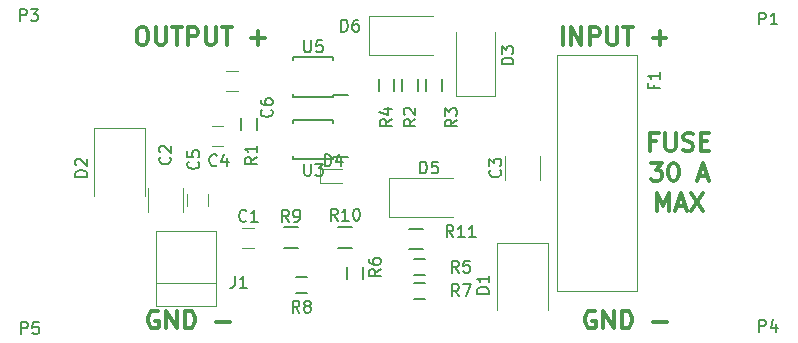
<source format=gto>
G04 #@! TF.FileFunction,Legend,Top*
%FSLAX46Y46*%
G04 Gerber Fmt 4.6, Leading zero omitted, Abs format (unit mm)*
G04 Created by KiCad (PCBNEW 4.0.7-e0-6372~58~ubuntu16.10.1) date Tue Oct  3 15:20:14 2017*
%MOMM*%
%LPD*%
G01*
G04 APERTURE LIST*
%ADD10C,0.100000*%
%ADD11C,0.300000*%
%ADD12C,0.120000*%
%ADD13C,0.150000*%
G04 APERTURE END LIST*
D10*
D11*
X54535715Y-11842857D02*
X54035715Y-11842857D01*
X54035715Y-12628571D02*
X54035715Y-11128571D01*
X54750001Y-11128571D01*
X55321429Y-11128571D02*
X55321429Y-12342857D01*
X55392857Y-12485714D01*
X55464286Y-12557143D01*
X55607143Y-12628571D01*
X55892857Y-12628571D01*
X56035715Y-12557143D01*
X56107143Y-12485714D01*
X56178572Y-12342857D01*
X56178572Y-11128571D01*
X56821429Y-12557143D02*
X57035715Y-12628571D01*
X57392858Y-12628571D01*
X57535715Y-12557143D01*
X57607144Y-12485714D01*
X57678572Y-12342857D01*
X57678572Y-12200000D01*
X57607144Y-12057143D01*
X57535715Y-11985714D01*
X57392858Y-11914286D01*
X57107144Y-11842857D01*
X56964286Y-11771429D01*
X56892858Y-11700000D01*
X56821429Y-11557143D01*
X56821429Y-11414286D01*
X56892858Y-11271429D01*
X56964286Y-11200000D01*
X57107144Y-11128571D01*
X57464286Y-11128571D01*
X57678572Y-11200000D01*
X58321429Y-11842857D02*
X58821429Y-11842857D01*
X59035715Y-12628571D02*
X58321429Y-12628571D01*
X58321429Y-11128571D01*
X59035715Y-11128571D01*
X54071430Y-13678571D02*
X55000001Y-13678571D01*
X54500001Y-14250000D01*
X54714287Y-14250000D01*
X54857144Y-14321429D01*
X54928573Y-14392857D01*
X55000001Y-14535714D01*
X55000001Y-14892857D01*
X54928573Y-15035714D01*
X54857144Y-15107143D01*
X54714287Y-15178571D01*
X54285715Y-15178571D01*
X54142858Y-15107143D01*
X54071430Y-15035714D01*
X55928572Y-13678571D02*
X56071429Y-13678571D01*
X56214286Y-13750000D01*
X56285715Y-13821429D01*
X56357144Y-13964286D01*
X56428572Y-14250000D01*
X56428572Y-14607143D01*
X56357144Y-14892857D01*
X56285715Y-15035714D01*
X56214286Y-15107143D01*
X56071429Y-15178571D01*
X55928572Y-15178571D01*
X55785715Y-15107143D01*
X55714286Y-15035714D01*
X55642858Y-14892857D01*
X55571429Y-14607143D01*
X55571429Y-14250000D01*
X55642858Y-13964286D01*
X55714286Y-13821429D01*
X55785715Y-13750000D01*
X55928572Y-13678571D01*
X58142857Y-14750000D02*
X58857143Y-14750000D01*
X58000000Y-15178571D02*
X58500000Y-13678571D01*
X59000000Y-15178571D01*
X54642858Y-17728571D02*
X54642858Y-16228571D01*
X55142858Y-17300000D01*
X55642858Y-16228571D01*
X55642858Y-17728571D01*
X56285715Y-17300000D02*
X57000001Y-17300000D01*
X56142858Y-17728571D02*
X56642858Y-16228571D01*
X57142858Y-17728571D01*
X57500001Y-16228571D02*
X58500001Y-17728571D01*
X58500001Y-16228571D02*
X57500001Y-17728571D01*
X12357143Y-26250000D02*
X12214286Y-26178571D01*
X12000000Y-26178571D01*
X11785715Y-26250000D01*
X11642857Y-26392857D01*
X11571429Y-26535714D01*
X11500000Y-26821429D01*
X11500000Y-27035714D01*
X11571429Y-27321429D01*
X11642857Y-27464286D01*
X11785715Y-27607143D01*
X12000000Y-27678571D01*
X12142857Y-27678571D01*
X12357143Y-27607143D01*
X12428572Y-27535714D01*
X12428572Y-27035714D01*
X12142857Y-27035714D01*
X13071429Y-27678571D02*
X13071429Y-26178571D01*
X13928572Y-27678571D01*
X13928572Y-26178571D01*
X14642858Y-27678571D02*
X14642858Y-26178571D01*
X15000001Y-26178571D01*
X15214286Y-26250000D01*
X15357144Y-26392857D01*
X15428572Y-26535714D01*
X15500001Y-26821429D01*
X15500001Y-27035714D01*
X15428572Y-27321429D01*
X15357144Y-27464286D01*
X15214286Y-27607143D01*
X15000001Y-27678571D01*
X14642858Y-27678571D01*
X17285715Y-27107143D02*
X18428572Y-27107143D01*
X10892857Y-2178571D02*
X11178571Y-2178571D01*
X11321429Y-2250000D01*
X11464286Y-2392857D01*
X11535714Y-2678571D01*
X11535714Y-3178571D01*
X11464286Y-3464286D01*
X11321429Y-3607143D01*
X11178571Y-3678571D01*
X10892857Y-3678571D01*
X10750000Y-3607143D01*
X10607143Y-3464286D01*
X10535714Y-3178571D01*
X10535714Y-2678571D01*
X10607143Y-2392857D01*
X10750000Y-2250000D01*
X10892857Y-2178571D01*
X12178572Y-2178571D02*
X12178572Y-3392857D01*
X12250000Y-3535714D01*
X12321429Y-3607143D01*
X12464286Y-3678571D01*
X12750000Y-3678571D01*
X12892858Y-3607143D01*
X12964286Y-3535714D01*
X13035715Y-3392857D01*
X13035715Y-2178571D01*
X13535715Y-2178571D02*
X14392858Y-2178571D01*
X13964287Y-3678571D02*
X13964287Y-2178571D01*
X14892858Y-3678571D02*
X14892858Y-2178571D01*
X15464286Y-2178571D01*
X15607144Y-2250000D01*
X15678572Y-2321429D01*
X15750001Y-2464286D01*
X15750001Y-2678571D01*
X15678572Y-2821429D01*
X15607144Y-2892857D01*
X15464286Y-2964286D01*
X14892858Y-2964286D01*
X16392858Y-2178571D02*
X16392858Y-3392857D01*
X16464286Y-3535714D01*
X16535715Y-3607143D01*
X16678572Y-3678571D01*
X16964286Y-3678571D01*
X17107144Y-3607143D01*
X17178572Y-3535714D01*
X17250001Y-3392857D01*
X17250001Y-2178571D01*
X17750001Y-2178571D02*
X18607144Y-2178571D01*
X18178573Y-3678571D02*
X18178573Y-2178571D01*
X20250001Y-3107143D02*
X21392858Y-3107143D01*
X20821429Y-3678571D02*
X20821429Y-2535714D01*
X49357143Y-26250000D02*
X49214286Y-26178571D01*
X49000000Y-26178571D01*
X48785715Y-26250000D01*
X48642857Y-26392857D01*
X48571429Y-26535714D01*
X48500000Y-26821429D01*
X48500000Y-27035714D01*
X48571429Y-27321429D01*
X48642857Y-27464286D01*
X48785715Y-27607143D01*
X49000000Y-27678571D01*
X49142857Y-27678571D01*
X49357143Y-27607143D01*
X49428572Y-27535714D01*
X49428572Y-27035714D01*
X49142857Y-27035714D01*
X50071429Y-27678571D02*
X50071429Y-26178571D01*
X50928572Y-27678571D01*
X50928572Y-26178571D01*
X51642858Y-27678571D02*
X51642858Y-26178571D01*
X52000001Y-26178571D01*
X52214286Y-26250000D01*
X52357144Y-26392857D01*
X52428572Y-26535714D01*
X52500001Y-26821429D01*
X52500001Y-27035714D01*
X52428572Y-27321429D01*
X52357144Y-27464286D01*
X52214286Y-27607143D01*
X52000001Y-27678571D01*
X51642858Y-27678571D01*
X54285715Y-27107143D02*
X55428572Y-27107143D01*
X46607143Y-3678571D02*
X46607143Y-2178571D01*
X47321429Y-3678571D02*
X47321429Y-2178571D01*
X48178572Y-3678571D01*
X48178572Y-2178571D01*
X48892858Y-3678571D02*
X48892858Y-2178571D01*
X49464286Y-2178571D01*
X49607144Y-2250000D01*
X49678572Y-2321429D01*
X49750001Y-2464286D01*
X49750001Y-2678571D01*
X49678572Y-2821429D01*
X49607144Y-2892857D01*
X49464286Y-2964286D01*
X48892858Y-2964286D01*
X50392858Y-2178571D02*
X50392858Y-3392857D01*
X50464286Y-3535714D01*
X50535715Y-3607143D01*
X50678572Y-3678571D01*
X50964286Y-3678571D01*
X51107144Y-3607143D01*
X51178572Y-3535714D01*
X51250001Y-3392857D01*
X51250001Y-2178571D01*
X51750001Y-2178571D02*
X52607144Y-2178571D01*
X52178573Y-3678571D02*
X52178573Y-2178571D01*
X54250001Y-3107143D02*
X55392858Y-3107143D01*
X54821429Y-3678571D02*
X54821429Y-2535714D01*
D12*
X37550000Y-8000000D02*
X40850000Y-8000000D01*
X40850000Y-8000000D02*
X40850000Y-2600000D01*
X37550000Y-8000000D02*
X37550000Y-2600000D01*
D13*
X27175000Y-13375000D02*
X27175000Y-13200000D01*
X23825000Y-13375000D02*
X23825000Y-13125000D01*
X23825000Y-10025000D02*
X23825000Y-10275000D01*
X27175000Y-10025000D02*
X27175000Y-10275000D01*
X27175000Y-13375000D02*
X23825000Y-13375000D01*
X27175000Y-10025000D02*
X23825000Y-10025000D01*
X27175000Y-13200000D02*
X28425000Y-13200000D01*
X27175000Y-8075000D02*
X27175000Y-7900000D01*
X23825000Y-8075000D02*
X23825000Y-7825000D01*
X23825000Y-4725000D02*
X23825000Y-4975000D01*
X27175000Y-4725000D02*
X27175000Y-4975000D01*
X27175000Y-8075000D02*
X23825000Y-8075000D01*
X27175000Y-4725000D02*
X23825000Y-4725000D01*
X27175000Y-7900000D02*
X28425000Y-7900000D01*
D12*
X45350000Y-20450000D02*
X41050000Y-20450000D01*
X41050000Y-20450000D02*
X41050000Y-26150000D01*
X45350000Y-20450000D02*
X45350000Y-26150000D01*
X11250000Y-10750000D02*
X6950000Y-10750000D01*
X6950000Y-10750000D02*
X6950000Y-16450000D01*
X11250000Y-10750000D02*
X11250000Y-16450000D01*
D13*
X20775000Y-9900000D02*
X20775000Y-10900000D01*
X19425000Y-10900000D02*
X19425000Y-9900000D01*
X34375000Y-6600000D02*
X34375000Y-7600000D01*
X33025000Y-7600000D02*
X33025000Y-6600000D01*
X36375000Y-6600000D02*
X36375000Y-7600000D01*
X35025000Y-7600000D02*
X35025000Y-6600000D01*
X31025000Y-7600000D02*
X31025000Y-6600000D01*
X32375000Y-6600000D02*
X32375000Y-7600000D01*
X34000000Y-21825000D02*
X35000000Y-21825000D01*
X35000000Y-23175000D02*
X34000000Y-23175000D01*
X28325000Y-23500000D02*
X28325000Y-22500000D01*
X29675000Y-22500000D02*
X29675000Y-23500000D01*
X35000000Y-25175000D02*
X34000000Y-25175000D01*
X34000000Y-23825000D02*
X35000000Y-23825000D01*
X24000000Y-23325000D02*
X25000000Y-23325000D01*
X25000000Y-24675000D02*
X24000000Y-24675000D01*
D12*
X52900000Y-4500000D02*
X52900000Y-24500000D01*
X52900000Y-4500000D02*
X46100000Y-4500000D01*
X46100000Y-24500000D02*
X52900000Y-24500000D01*
X46100000Y-24500000D02*
X46100000Y-4500000D01*
X20500000Y-19150000D02*
X19500000Y-19150000D01*
X19500000Y-20850000D02*
X20500000Y-20850000D01*
X14480000Y-17800000D02*
X14480000Y-15800000D01*
X11520000Y-15800000D02*
X11520000Y-17800000D01*
X41720000Y-13100000D02*
X41720000Y-15100000D01*
X44680000Y-15100000D02*
X44680000Y-13100000D01*
X17900000Y-10550000D02*
X16900000Y-10550000D01*
X16900000Y-12250000D02*
X17900000Y-12250000D01*
X16550000Y-17300000D02*
X16550000Y-16300000D01*
X14850000Y-16300000D02*
X14850000Y-17300000D01*
X18100000Y-7550000D02*
X19100000Y-7550000D01*
X19100000Y-5850000D02*
X18100000Y-5850000D01*
X26050000Y-14200000D02*
X26050000Y-15400000D01*
X27900000Y-14200000D02*
X26050000Y-14200000D01*
X27900000Y-15400000D02*
X26050000Y-15400000D01*
X31900000Y-14950000D02*
X31900000Y-18250000D01*
X31900000Y-18250000D02*
X37300000Y-18250000D01*
X31900000Y-14950000D02*
X37300000Y-14950000D01*
X30200000Y-1250000D02*
X30200000Y-4550000D01*
X30200000Y-4550000D02*
X35600000Y-4550000D01*
X30200000Y-1250000D02*
X35600000Y-1250000D01*
D13*
X24200000Y-20875000D02*
X23000000Y-20875000D01*
X23000000Y-19125000D02*
X24200000Y-19125000D01*
X28800000Y-20875000D02*
X27600000Y-20875000D01*
X27600000Y-19125000D02*
X28800000Y-19125000D01*
X33600000Y-19225000D02*
X34800000Y-19225000D01*
X34800000Y-20975000D02*
X33600000Y-20975000D01*
D12*
X12190000Y-23870000D02*
X17270000Y-23870000D01*
X12190000Y-19430000D02*
X17270000Y-19430000D01*
X17270000Y-25770000D02*
X12190000Y-25770000D01*
X17270000Y-25770000D02*
X17270000Y-19430000D01*
X12190000Y-25770000D02*
X12190000Y-19430000D01*
D13*
X42452381Y-5338095D02*
X41452381Y-5338095D01*
X41452381Y-5100000D01*
X41500000Y-4957142D01*
X41595238Y-4861904D01*
X41690476Y-4814285D01*
X41880952Y-4766666D01*
X42023810Y-4766666D01*
X42214286Y-4814285D01*
X42309524Y-4861904D01*
X42404762Y-4957142D01*
X42452381Y-5100000D01*
X42452381Y-5338095D01*
X41452381Y-4433333D02*
X41452381Y-3814285D01*
X41833333Y-4147619D01*
X41833333Y-4004761D01*
X41880952Y-3909523D01*
X41928571Y-3861904D01*
X42023810Y-3814285D01*
X42261905Y-3814285D01*
X42357143Y-3861904D01*
X42404762Y-3909523D01*
X42452381Y-4004761D01*
X42452381Y-4290476D01*
X42404762Y-4385714D01*
X42357143Y-4433333D01*
X24738095Y-13752381D02*
X24738095Y-14561905D01*
X24785714Y-14657143D01*
X24833333Y-14704762D01*
X24928571Y-14752381D01*
X25119048Y-14752381D01*
X25214286Y-14704762D01*
X25261905Y-14657143D01*
X25309524Y-14561905D01*
X25309524Y-13752381D01*
X25690476Y-13752381D02*
X26309524Y-13752381D01*
X25976190Y-14133333D01*
X26119048Y-14133333D01*
X26214286Y-14180952D01*
X26261905Y-14228571D01*
X26309524Y-14323810D01*
X26309524Y-14561905D01*
X26261905Y-14657143D01*
X26214286Y-14704762D01*
X26119048Y-14752381D01*
X25833333Y-14752381D01*
X25738095Y-14704762D01*
X25690476Y-14657143D01*
X24738095Y-3302381D02*
X24738095Y-4111905D01*
X24785714Y-4207143D01*
X24833333Y-4254762D01*
X24928571Y-4302381D01*
X25119048Y-4302381D01*
X25214286Y-4254762D01*
X25261905Y-4207143D01*
X25309524Y-4111905D01*
X25309524Y-3302381D01*
X26261905Y-3302381D02*
X25785714Y-3302381D01*
X25738095Y-3778571D01*
X25785714Y-3730952D01*
X25880952Y-3683333D01*
X26119048Y-3683333D01*
X26214286Y-3730952D01*
X26261905Y-3778571D01*
X26309524Y-3873810D01*
X26309524Y-4111905D01*
X26261905Y-4207143D01*
X26214286Y-4254762D01*
X26119048Y-4302381D01*
X25880952Y-4302381D01*
X25785714Y-4254762D01*
X25738095Y-4207143D01*
X40352381Y-24738095D02*
X39352381Y-24738095D01*
X39352381Y-24500000D01*
X39400000Y-24357142D01*
X39495238Y-24261904D01*
X39590476Y-24214285D01*
X39780952Y-24166666D01*
X39923810Y-24166666D01*
X40114286Y-24214285D01*
X40209524Y-24261904D01*
X40304762Y-24357142D01*
X40352381Y-24500000D01*
X40352381Y-24738095D01*
X40352381Y-23214285D02*
X40352381Y-23785714D01*
X40352381Y-23500000D02*
X39352381Y-23500000D01*
X39495238Y-23595238D01*
X39590476Y-23690476D01*
X39638095Y-23785714D01*
X6352381Y-14838095D02*
X5352381Y-14838095D01*
X5352381Y-14600000D01*
X5400000Y-14457142D01*
X5495238Y-14361904D01*
X5590476Y-14314285D01*
X5780952Y-14266666D01*
X5923810Y-14266666D01*
X6114286Y-14314285D01*
X6209524Y-14361904D01*
X6304762Y-14457142D01*
X6352381Y-14600000D01*
X6352381Y-14838095D01*
X5447619Y-13885714D02*
X5400000Y-13838095D01*
X5352381Y-13742857D01*
X5352381Y-13504761D01*
X5400000Y-13409523D01*
X5447619Y-13361904D01*
X5542857Y-13314285D01*
X5638095Y-13314285D01*
X5780952Y-13361904D01*
X6352381Y-13933333D01*
X6352381Y-13314285D01*
X20702381Y-13166666D02*
X20226190Y-13500000D01*
X20702381Y-13738095D02*
X19702381Y-13738095D01*
X19702381Y-13357142D01*
X19750000Y-13261904D01*
X19797619Y-13214285D01*
X19892857Y-13166666D01*
X20035714Y-13166666D01*
X20130952Y-13214285D01*
X20178571Y-13261904D01*
X20226190Y-13357142D01*
X20226190Y-13738095D01*
X20702381Y-12214285D02*
X20702381Y-12785714D01*
X20702381Y-12500000D02*
X19702381Y-12500000D01*
X19845238Y-12595238D01*
X19940476Y-12690476D01*
X19988095Y-12785714D01*
X34152381Y-9966666D02*
X33676190Y-10300000D01*
X34152381Y-10538095D02*
X33152381Y-10538095D01*
X33152381Y-10157142D01*
X33200000Y-10061904D01*
X33247619Y-10014285D01*
X33342857Y-9966666D01*
X33485714Y-9966666D01*
X33580952Y-10014285D01*
X33628571Y-10061904D01*
X33676190Y-10157142D01*
X33676190Y-10538095D01*
X33247619Y-9585714D02*
X33200000Y-9538095D01*
X33152381Y-9442857D01*
X33152381Y-9204761D01*
X33200000Y-9109523D01*
X33247619Y-9061904D01*
X33342857Y-9014285D01*
X33438095Y-9014285D01*
X33580952Y-9061904D01*
X34152381Y-9633333D01*
X34152381Y-9014285D01*
X37652381Y-10016666D02*
X37176190Y-10350000D01*
X37652381Y-10588095D02*
X36652381Y-10588095D01*
X36652381Y-10207142D01*
X36700000Y-10111904D01*
X36747619Y-10064285D01*
X36842857Y-10016666D01*
X36985714Y-10016666D01*
X37080952Y-10064285D01*
X37128571Y-10111904D01*
X37176190Y-10207142D01*
X37176190Y-10588095D01*
X36652381Y-9683333D02*
X36652381Y-9064285D01*
X37033333Y-9397619D01*
X37033333Y-9254761D01*
X37080952Y-9159523D01*
X37128571Y-9111904D01*
X37223810Y-9064285D01*
X37461905Y-9064285D01*
X37557143Y-9111904D01*
X37604762Y-9159523D01*
X37652381Y-9254761D01*
X37652381Y-9540476D01*
X37604762Y-9635714D01*
X37557143Y-9683333D01*
X32152381Y-9966666D02*
X31676190Y-10300000D01*
X32152381Y-10538095D02*
X31152381Y-10538095D01*
X31152381Y-10157142D01*
X31200000Y-10061904D01*
X31247619Y-10014285D01*
X31342857Y-9966666D01*
X31485714Y-9966666D01*
X31580952Y-10014285D01*
X31628571Y-10061904D01*
X31676190Y-10157142D01*
X31676190Y-10538095D01*
X31485714Y-9109523D02*
X32152381Y-9109523D01*
X31104762Y-9347619D02*
X31819048Y-9585714D01*
X31819048Y-8966666D01*
X37833334Y-22952381D02*
X37500000Y-22476190D01*
X37261905Y-22952381D02*
X37261905Y-21952381D01*
X37642858Y-21952381D01*
X37738096Y-22000000D01*
X37785715Y-22047619D01*
X37833334Y-22142857D01*
X37833334Y-22285714D01*
X37785715Y-22380952D01*
X37738096Y-22428571D01*
X37642858Y-22476190D01*
X37261905Y-22476190D01*
X38738096Y-21952381D02*
X38261905Y-21952381D01*
X38214286Y-22428571D01*
X38261905Y-22380952D01*
X38357143Y-22333333D01*
X38595239Y-22333333D01*
X38690477Y-22380952D01*
X38738096Y-22428571D01*
X38785715Y-22523810D01*
X38785715Y-22761905D01*
X38738096Y-22857143D01*
X38690477Y-22904762D01*
X38595239Y-22952381D01*
X38357143Y-22952381D01*
X38261905Y-22904762D01*
X38214286Y-22857143D01*
X31202381Y-22666666D02*
X30726190Y-23000000D01*
X31202381Y-23238095D02*
X30202381Y-23238095D01*
X30202381Y-22857142D01*
X30250000Y-22761904D01*
X30297619Y-22714285D01*
X30392857Y-22666666D01*
X30535714Y-22666666D01*
X30630952Y-22714285D01*
X30678571Y-22761904D01*
X30726190Y-22857142D01*
X30726190Y-23238095D01*
X30202381Y-21809523D02*
X30202381Y-22000000D01*
X30250000Y-22095238D01*
X30297619Y-22142857D01*
X30440476Y-22238095D01*
X30630952Y-22285714D01*
X31011905Y-22285714D01*
X31107143Y-22238095D01*
X31154762Y-22190476D01*
X31202381Y-22095238D01*
X31202381Y-21904761D01*
X31154762Y-21809523D01*
X31107143Y-21761904D01*
X31011905Y-21714285D01*
X30773810Y-21714285D01*
X30678571Y-21761904D01*
X30630952Y-21809523D01*
X30583333Y-21904761D01*
X30583333Y-22095238D01*
X30630952Y-22190476D01*
X30678571Y-22238095D01*
X30773810Y-22285714D01*
X37833334Y-24952381D02*
X37500000Y-24476190D01*
X37261905Y-24952381D02*
X37261905Y-23952381D01*
X37642858Y-23952381D01*
X37738096Y-24000000D01*
X37785715Y-24047619D01*
X37833334Y-24142857D01*
X37833334Y-24285714D01*
X37785715Y-24380952D01*
X37738096Y-24428571D01*
X37642858Y-24476190D01*
X37261905Y-24476190D01*
X38166667Y-23952381D02*
X38833334Y-23952381D01*
X38404762Y-24952381D01*
X24333334Y-26352381D02*
X24000000Y-25876190D01*
X23761905Y-26352381D02*
X23761905Y-25352381D01*
X24142858Y-25352381D01*
X24238096Y-25400000D01*
X24285715Y-25447619D01*
X24333334Y-25542857D01*
X24333334Y-25685714D01*
X24285715Y-25780952D01*
X24238096Y-25828571D01*
X24142858Y-25876190D01*
X23761905Y-25876190D01*
X24904762Y-25780952D02*
X24809524Y-25733333D01*
X24761905Y-25685714D01*
X24714286Y-25590476D01*
X24714286Y-25542857D01*
X24761905Y-25447619D01*
X24809524Y-25400000D01*
X24904762Y-25352381D01*
X25095239Y-25352381D01*
X25190477Y-25400000D01*
X25238096Y-25447619D01*
X25285715Y-25542857D01*
X25285715Y-25590476D01*
X25238096Y-25685714D01*
X25190477Y-25733333D01*
X25095239Y-25780952D01*
X24904762Y-25780952D01*
X24809524Y-25828571D01*
X24761905Y-25876190D01*
X24714286Y-25971429D01*
X24714286Y-26161905D01*
X24761905Y-26257143D01*
X24809524Y-26304762D01*
X24904762Y-26352381D01*
X25095239Y-26352381D01*
X25190477Y-26304762D01*
X25238096Y-26257143D01*
X25285715Y-26161905D01*
X25285715Y-25971429D01*
X25238096Y-25876190D01*
X25190477Y-25828571D01*
X25095239Y-25780952D01*
X63261905Y-1952381D02*
X63261905Y-952381D01*
X63642858Y-952381D01*
X63738096Y-1000000D01*
X63785715Y-1047619D01*
X63833334Y-1142857D01*
X63833334Y-1285714D01*
X63785715Y-1380952D01*
X63738096Y-1428571D01*
X63642858Y-1476190D01*
X63261905Y-1476190D01*
X64785715Y-1952381D02*
X64214286Y-1952381D01*
X64500000Y-1952381D02*
X64500000Y-952381D01*
X64404762Y-1095238D01*
X64309524Y-1190476D01*
X64214286Y-1238095D01*
X661905Y-1652381D02*
X661905Y-652381D01*
X1042858Y-652381D01*
X1138096Y-700000D01*
X1185715Y-747619D01*
X1233334Y-842857D01*
X1233334Y-985714D01*
X1185715Y-1080952D01*
X1138096Y-1128571D01*
X1042858Y-1176190D01*
X661905Y-1176190D01*
X1566667Y-652381D02*
X2185715Y-652381D01*
X1852381Y-1033333D01*
X1995239Y-1033333D01*
X2090477Y-1080952D01*
X2138096Y-1128571D01*
X2185715Y-1223810D01*
X2185715Y-1461905D01*
X2138096Y-1557143D01*
X2090477Y-1604762D01*
X1995239Y-1652381D01*
X1709524Y-1652381D01*
X1614286Y-1604762D01*
X1566667Y-1557143D01*
X63261905Y-27952381D02*
X63261905Y-26952381D01*
X63642858Y-26952381D01*
X63738096Y-27000000D01*
X63785715Y-27047619D01*
X63833334Y-27142857D01*
X63833334Y-27285714D01*
X63785715Y-27380952D01*
X63738096Y-27428571D01*
X63642858Y-27476190D01*
X63261905Y-27476190D01*
X64690477Y-27285714D02*
X64690477Y-27952381D01*
X64452381Y-26904762D02*
X64214286Y-27619048D01*
X64833334Y-27619048D01*
X761905Y-28152381D02*
X761905Y-27152381D01*
X1142858Y-27152381D01*
X1238096Y-27200000D01*
X1285715Y-27247619D01*
X1333334Y-27342857D01*
X1333334Y-27485714D01*
X1285715Y-27580952D01*
X1238096Y-27628571D01*
X1142858Y-27676190D01*
X761905Y-27676190D01*
X2238096Y-27152381D02*
X1761905Y-27152381D01*
X1714286Y-27628571D01*
X1761905Y-27580952D01*
X1857143Y-27533333D01*
X2095239Y-27533333D01*
X2190477Y-27580952D01*
X2238096Y-27628571D01*
X2285715Y-27723810D01*
X2285715Y-27961905D01*
X2238096Y-28057143D01*
X2190477Y-28104762D01*
X2095239Y-28152381D01*
X1857143Y-28152381D01*
X1761905Y-28104762D01*
X1714286Y-28057143D01*
X54328571Y-7033333D02*
X54328571Y-7366667D01*
X54852381Y-7366667D02*
X53852381Y-7366667D01*
X53852381Y-6890476D01*
X54852381Y-5985714D02*
X54852381Y-6557143D01*
X54852381Y-6271429D02*
X53852381Y-6271429D01*
X53995238Y-6366667D01*
X54090476Y-6461905D01*
X54138095Y-6557143D01*
X19833334Y-18557143D02*
X19785715Y-18604762D01*
X19642858Y-18652381D01*
X19547620Y-18652381D01*
X19404762Y-18604762D01*
X19309524Y-18509524D01*
X19261905Y-18414286D01*
X19214286Y-18223810D01*
X19214286Y-18080952D01*
X19261905Y-17890476D01*
X19309524Y-17795238D01*
X19404762Y-17700000D01*
X19547620Y-17652381D01*
X19642858Y-17652381D01*
X19785715Y-17700000D01*
X19833334Y-17747619D01*
X20785715Y-18652381D02*
X20214286Y-18652381D01*
X20500000Y-18652381D02*
X20500000Y-17652381D01*
X20404762Y-17795238D01*
X20309524Y-17890476D01*
X20214286Y-17938095D01*
X13357143Y-13166666D02*
X13404762Y-13214285D01*
X13452381Y-13357142D01*
X13452381Y-13452380D01*
X13404762Y-13595238D01*
X13309524Y-13690476D01*
X13214286Y-13738095D01*
X13023810Y-13785714D01*
X12880952Y-13785714D01*
X12690476Y-13738095D01*
X12595238Y-13690476D01*
X12500000Y-13595238D01*
X12452381Y-13452380D01*
X12452381Y-13357142D01*
X12500000Y-13214285D01*
X12547619Y-13166666D01*
X12547619Y-12785714D02*
X12500000Y-12738095D01*
X12452381Y-12642857D01*
X12452381Y-12404761D01*
X12500000Y-12309523D01*
X12547619Y-12261904D01*
X12642857Y-12214285D01*
X12738095Y-12214285D01*
X12880952Y-12261904D01*
X13452381Y-12833333D01*
X13452381Y-12214285D01*
X41307143Y-14266666D02*
X41354762Y-14314285D01*
X41402381Y-14457142D01*
X41402381Y-14552380D01*
X41354762Y-14695238D01*
X41259524Y-14790476D01*
X41164286Y-14838095D01*
X40973810Y-14885714D01*
X40830952Y-14885714D01*
X40640476Y-14838095D01*
X40545238Y-14790476D01*
X40450000Y-14695238D01*
X40402381Y-14552380D01*
X40402381Y-14457142D01*
X40450000Y-14314285D01*
X40497619Y-14266666D01*
X40402381Y-13933333D02*
X40402381Y-13314285D01*
X40783333Y-13647619D01*
X40783333Y-13504761D01*
X40830952Y-13409523D01*
X40878571Y-13361904D01*
X40973810Y-13314285D01*
X41211905Y-13314285D01*
X41307143Y-13361904D01*
X41354762Y-13409523D01*
X41402381Y-13504761D01*
X41402381Y-13790476D01*
X41354762Y-13885714D01*
X41307143Y-13933333D01*
X17333334Y-13857143D02*
X17285715Y-13904762D01*
X17142858Y-13952381D01*
X17047620Y-13952381D01*
X16904762Y-13904762D01*
X16809524Y-13809524D01*
X16761905Y-13714286D01*
X16714286Y-13523810D01*
X16714286Y-13380952D01*
X16761905Y-13190476D01*
X16809524Y-13095238D01*
X16904762Y-13000000D01*
X17047620Y-12952381D01*
X17142858Y-12952381D01*
X17285715Y-13000000D01*
X17333334Y-13047619D01*
X18190477Y-13285714D02*
X18190477Y-13952381D01*
X17952381Y-12904762D02*
X17714286Y-13619048D01*
X18333334Y-13619048D01*
X15757143Y-13566666D02*
X15804762Y-13614285D01*
X15852381Y-13757142D01*
X15852381Y-13852380D01*
X15804762Y-13995238D01*
X15709524Y-14090476D01*
X15614286Y-14138095D01*
X15423810Y-14185714D01*
X15280952Y-14185714D01*
X15090476Y-14138095D01*
X14995238Y-14090476D01*
X14900000Y-13995238D01*
X14852381Y-13852380D01*
X14852381Y-13757142D01*
X14900000Y-13614285D01*
X14947619Y-13566666D01*
X14852381Y-12661904D02*
X14852381Y-13138095D01*
X15328571Y-13185714D01*
X15280952Y-13138095D01*
X15233333Y-13042857D01*
X15233333Y-12804761D01*
X15280952Y-12709523D01*
X15328571Y-12661904D01*
X15423810Y-12614285D01*
X15661905Y-12614285D01*
X15757143Y-12661904D01*
X15804762Y-12709523D01*
X15852381Y-12804761D01*
X15852381Y-13042857D01*
X15804762Y-13138095D01*
X15757143Y-13185714D01*
X21957143Y-9166666D02*
X22004762Y-9214285D01*
X22052381Y-9357142D01*
X22052381Y-9452380D01*
X22004762Y-9595238D01*
X21909524Y-9690476D01*
X21814286Y-9738095D01*
X21623810Y-9785714D01*
X21480952Y-9785714D01*
X21290476Y-9738095D01*
X21195238Y-9690476D01*
X21100000Y-9595238D01*
X21052381Y-9452380D01*
X21052381Y-9357142D01*
X21100000Y-9214285D01*
X21147619Y-9166666D01*
X21052381Y-8309523D02*
X21052381Y-8500000D01*
X21100000Y-8595238D01*
X21147619Y-8642857D01*
X21290476Y-8738095D01*
X21480952Y-8785714D01*
X21861905Y-8785714D01*
X21957143Y-8738095D01*
X22004762Y-8690476D01*
X22052381Y-8595238D01*
X22052381Y-8404761D01*
X22004762Y-8309523D01*
X21957143Y-8261904D01*
X21861905Y-8214285D01*
X21623810Y-8214285D01*
X21528571Y-8261904D01*
X21480952Y-8309523D01*
X21433333Y-8404761D01*
X21433333Y-8595238D01*
X21480952Y-8690476D01*
X21528571Y-8738095D01*
X21623810Y-8785714D01*
X26461905Y-13952381D02*
X26461905Y-12952381D01*
X26700000Y-12952381D01*
X26842858Y-13000000D01*
X26938096Y-13095238D01*
X26985715Y-13190476D01*
X27033334Y-13380952D01*
X27033334Y-13523810D01*
X26985715Y-13714286D01*
X26938096Y-13809524D01*
X26842858Y-13904762D01*
X26700000Y-13952381D01*
X26461905Y-13952381D01*
X27890477Y-13285714D02*
X27890477Y-13952381D01*
X27652381Y-12904762D02*
X27414286Y-13619048D01*
X28033334Y-13619048D01*
X34561905Y-14552381D02*
X34561905Y-13552381D01*
X34800000Y-13552381D01*
X34942858Y-13600000D01*
X35038096Y-13695238D01*
X35085715Y-13790476D01*
X35133334Y-13980952D01*
X35133334Y-14123810D01*
X35085715Y-14314286D01*
X35038096Y-14409524D01*
X34942858Y-14504762D01*
X34800000Y-14552381D01*
X34561905Y-14552381D01*
X36038096Y-13552381D02*
X35561905Y-13552381D01*
X35514286Y-14028571D01*
X35561905Y-13980952D01*
X35657143Y-13933333D01*
X35895239Y-13933333D01*
X35990477Y-13980952D01*
X36038096Y-14028571D01*
X36085715Y-14123810D01*
X36085715Y-14361905D01*
X36038096Y-14457143D01*
X35990477Y-14504762D01*
X35895239Y-14552381D01*
X35657143Y-14552381D01*
X35561905Y-14504762D01*
X35514286Y-14457143D01*
X27861905Y-2552381D02*
X27861905Y-1552381D01*
X28100000Y-1552381D01*
X28242858Y-1600000D01*
X28338096Y-1695238D01*
X28385715Y-1790476D01*
X28433334Y-1980952D01*
X28433334Y-2123810D01*
X28385715Y-2314286D01*
X28338096Y-2409524D01*
X28242858Y-2504762D01*
X28100000Y-2552381D01*
X27861905Y-2552381D01*
X29290477Y-1552381D02*
X29100000Y-1552381D01*
X29004762Y-1600000D01*
X28957143Y-1647619D01*
X28861905Y-1790476D01*
X28814286Y-1980952D01*
X28814286Y-2361905D01*
X28861905Y-2457143D01*
X28909524Y-2504762D01*
X29004762Y-2552381D01*
X29195239Y-2552381D01*
X29290477Y-2504762D01*
X29338096Y-2457143D01*
X29385715Y-2361905D01*
X29385715Y-2123810D01*
X29338096Y-2028571D01*
X29290477Y-1980952D01*
X29195239Y-1933333D01*
X29004762Y-1933333D01*
X28909524Y-1980952D01*
X28861905Y-2028571D01*
X28814286Y-2123810D01*
X23433334Y-18652381D02*
X23100000Y-18176190D01*
X22861905Y-18652381D02*
X22861905Y-17652381D01*
X23242858Y-17652381D01*
X23338096Y-17700000D01*
X23385715Y-17747619D01*
X23433334Y-17842857D01*
X23433334Y-17985714D01*
X23385715Y-18080952D01*
X23338096Y-18128571D01*
X23242858Y-18176190D01*
X22861905Y-18176190D01*
X23909524Y-18652381D02*
X24100000Y-18652381D01*
X24195239Y-18604762D01*
X24242858Y-18557143D01*
X24338096Y-18414286D01*
X24385715Y-18223810D01*
X24385715Y-17842857D01*
X24338096Y-17747619D01*
X24290477Y-17700000D01*
X24195239Y-17652381D01*
X24004762Y-17652381D01*
X23909524Y-17700000D01*
X23861905Y-17747619D01*
X23814286Y-17842857D01*
X23814286Y-18080952D01*
X23861905Y-18176190D01*
X23909524Y-18223810D01*
X24004762Y-18271429D01*
X24195239Y-18271429D01*
X24290477Y-18223810D01*
X24338096Y-18176190D01*
X24385715Y-18080952D01*
X27557143Y-18552381D02*
X27223809Y-18076190D01*
X26985714Y-18552381D02*
X26985714Y-17552381D01*
X27366667Y-17552381D01*
X27461905Y-17600000D01*
X27509524Y-17647619D01*
X27557143Y-17742857D01*
X27557143Y-17885714D01*
X27509524Y-17980952D01*
X27461905Y-18028571D01*
X27366667Y-18076190D01*
X26985714Y-18076190D01*
X28509524Y-18552381D02*
X27938095Y-18552381D01*
X28223809Y-18552381D02*
X28223809Y-17552381D01*
X28128571Y-17695238D01*
X28033333Y-17790476D01*
X27938095Y-17838095D01*
X29128571Y-17552381D02*
X29223810Y-17552381D01*
X29319048Y-17600000D01*
X29366667Y-17647619D01*
X29414286Y-17742857D01*
X29461905Y-17933333D01*
X29461905Y-18171429D01*
X29414286Y-18361905D01*
X29366667Y-18457143D01*
X29319048Y-18504762D01*
X29223810Y-18552381D01*
X29128571Y-18552381D01*
X29033333Y-18504762D01*
X28985714Y-18457143D01*
X28938095Y-18361905D01*
X28890476Y-18171429D01*
X28890476Y-17933333D01*
X28938095Y-17742857D01*
X28985714Y-17647619D01*
X29033333Y-17600000D01*
X29128571Y-17552381D01*
X37357143Y-19952381D02*
X37023809Y-19476190D01*
X36785714Y-19952381D02*
X36785714Y-18952381D01*
X37166667Y-18952381D01*
X37261905Y-19000000D01*
X37309524Y-19047619D01*
X37357143Y-19142857D01*
X37357143Y-19285714D01*
X37309524Y-19380952D01*
X37261905Y-19428571D01*
X37166667Y-19476190D01*
X36785714Y-19476190D01*
X38309524Y-19952381D02*
X37738095Y-19952381D01*
X38023809Y-19952381D02*
X38023809Y-18952381D01*
X37928571Y-19095238D01*
X37833333Y-19190476D01*
X37738095Y-19238095D01*
X39261905Y-19952381D02*
X38690476Y-19952381D01*
X38976190Y-19952381D02*
X38976190Y-18952381D01*
X38880952Y-19095238D01*
X38785714Y-19190476D01*
X38690476Y-19238095D01*
X18866667Y-23252381D02*
X18866667Y-23966667D01*
X18819047Y-24109524D01*
X18723809Y-24204762D01*
X18580952Y-24252381D01*
X18485714Y-24252381D01*
X19866667Y-24252381D02*
X19295238Y-24252381D01*
X19580952Y-24252381D02*
X19580952Y-23252381D01*
X19485714Y-23395238D01*
X19390476Y-23490476D01*
X19295238Y-23538095D01*
M02*

</source>
